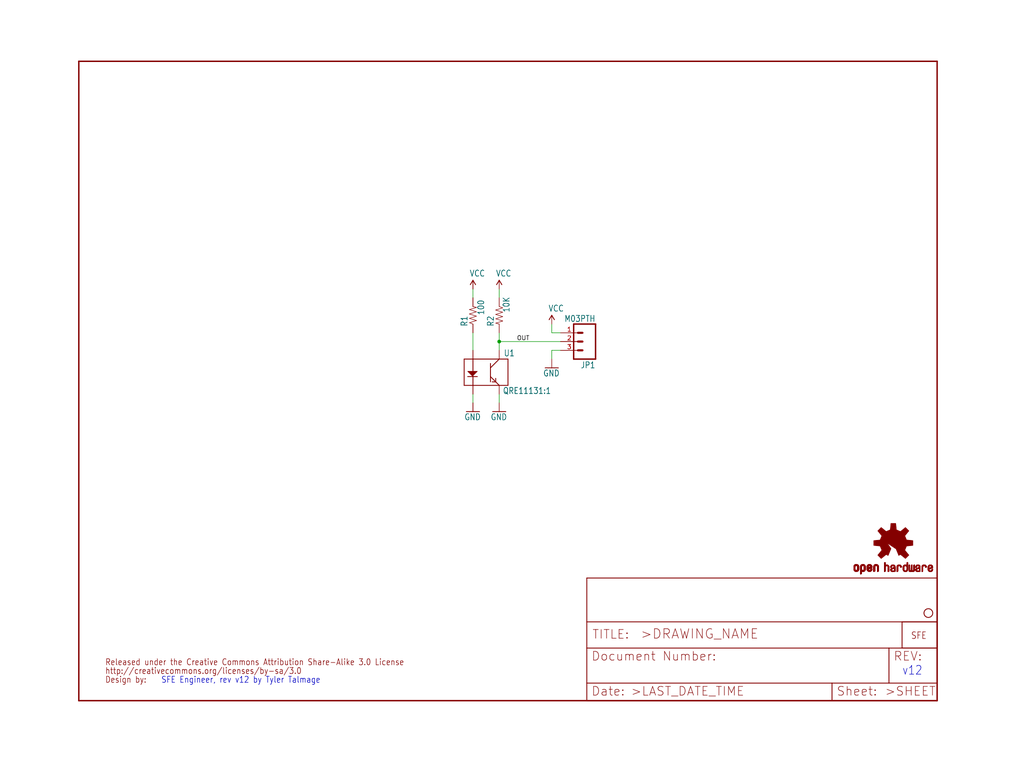
<source format=kicad_sch>
(kicad_sch (version 20211123) (generator eeschema)
  (paper "User" 297.002 223.926)
  (lib_symbols
    (symbol "eagleSchem-eagle-import:CREATIVE_COMMONS"
      (symbol "CREATIVE_COMMONS_1_0"
        (text "Design by:" (at 0 0 0) (effects (font (size 1.778 1.5113)) (justify left bottom)))
        (text "http://creativecommons.org/licenses/by-sa/3.0" (at 0 2.54 0) (effects (font (size 1.778 1.5113)) (justify left bottom)))
        (text "Released under the Creative Commons Attribution Share-Alike 3.0 License" (at 0 5.08 0) (effects (font (size 1.778 1.5113)) (justify left bottom)))
      )
    )
    (symbol "eagleSchem-eagle-import:FRAME-LETTER"
      (symbol "FRAME-LETTER_2_0"
        (text ">DRAWING_NAME" (at 15.494 17.78 0) (effects (font (size 2.7432 2.7432)) (justify left bottom)))
        (text ">LAST_DATE_TIME" (at 12.7 1.27 0) (effects (font (size 2.54 2.54)) (justify left bottom)))
        (text ">SHEET" (at 86.36 1.27 0) (effects (font (size 2.54 2.54)) (justify left bottom)))
        (text "Date:" (at 1.27 1.27 0) (effects (font (size 2.54 2.54)) (justify left bottom)))
        (text "Document Number:" (at 1.27 11.43 0) (effects (font (size 2.54 2.54)) (justify left bottom)))
        (text "REV:" (at 88.9 11.43 0) (effects (font (size 2.54 2.54)) (justify left bottom)))
        (text "Sheet:" (at 72.39 1.27 0) (effects (font (size 2.54 2.54)) (justify left bottom)))
        (text "TITLE:" (at 1.524 17.78 0) (effects (font (size 2.54 2.54)) (justify left bottom)))
      )
    )
    (symbol "eagleSchem-eagle-import:GND" (power)
      (property "Value" "GND" (at -2.54 -2.54 0))
      (symbol "GND_1_0"
        (pin power_in line (at 0 2.54 270) (length 2.54) (name "GND") (number "1"))
      )
    )
    (symbol "eagleSchem-eagle-import:LOGO-SFESK"
      (symbol "LOGO-SFESK_1_0"
        (text "SFE" (at 0 0 0) (effects (font (size 1.9304 1.6408)) (justify left bottom)))
      )
    )
    (symbol "eagleSchem-eagle-import:M03PTH"
      (property "Reference" "JP" (at -2.54 5.842 0))
      (property "Value" "M03PTH" (at -2.54 -7.62 0))
      (symbol "M03PTH_1_0"
        (pin passive line (at 7.62 -2.54 180) (length 5.08) (name "1") (number "1"))
        (pin passive line (at 7.62 0 180) (length 5.08) (name "2") (number "2"))
        (pin passive line (at 7.62 2.54 180) (length 5.08) (name "3") (number "3"))
      )
    )
    (symbol "eagleSchem-eagle-import:OSHW-LOGOS")
    (symbol "eagleSchem-eagle-import:QRE11131{colon}1"
      (property "Value" "QRE11131{colon}1" (at -1.778 3.048 0))
      (symbol "QRE11131{colon}1_1_0"
        (pin bidirectional line (at 5.08 5.08 270) (length 2.54) (name "A") (number "1"))
        (pin bidirectional line (at 5.08 -7.62 90) (length 2.54) (name "K") (number "2"))
        (pin bidirectional line (at -2.54 5.08 270) (length 2.54) (name "C") (number "3"))
        (pin bidirectional line (at -2.54 -7.62 90) (length 2.54) (name "E") (number "4"))
      )
    )
    (symbol "eagleSchem-eagle-import:RESISTOR0603-RES"
      (property "Reference" "R" (at -3.81 1.4986 0))
      (property "Value" "RESISTOR0603-RES" (at -3.81 -3.302 0))
      (symbol "RESISTOR0603-RES_1_0"
        (pin passive line (at -5.08 0 0) (length 2.54) (name "1") (number "1"))
        (pin passive line (at 5.08 0 180) (length 2.54) (name "2") (number "2"))
      )
    )
    (symbol "eagleSchem-eagle-import:STAND-OFF")
    (symbol "eagleSchem-eagle-import:VCC" (power)
      (property "Value" "VCC" (at -1.016 3.556 0))
      (symbol "VCC_1_0"
        (pin power_in line (at 0 0 90) (length 2.54) (name "VCC") (number "1"))
      )
    )
  )
  (junction (at 144.78 99.06))
  (wire (pts (xy 144.78 114.3) (xy 144.78 116.84)))
  (wire (pts (xy 144.78 101.6) (xy 144.78 99.06)))
  (wire (pts (xy 162.56 96.52) (xy 160.02 96.52)))
  (wire (pts (xy 144.78 83.82) (xy 144.78 86.36)))
  (wire (pts (xy 137.16 83.82) (xy 137.16 86.36)))
  (wire (pts (xy 160.02 96.52) (xy 160.02 93.98)))
  (wire (pts (xy 137.16 96.52) (xy 137.16 101.6)))
  (wire (pts (xy 160.02 101.6) (xy 160.02 104.14)))
  (wire (pts (xy 144.78 99.06) (xy 162.56 99.06)))
  (wire (pts (xy 137.16 116.84) (xy 137.16 114.3)))
  (wire (pts (xy 144.78 96.52) (xy 144.78 99.06)))
  (wire (pts (xy 162.56 101.6) (xy 160.02 101.6)))
  (text "v12" (at 261.62 196.088 180) (effects (font (size 2.54 2.159)) (justify left bottom)))
  (text "SFE Engineer, rev v12 by Tyler Talmage" (at 46.736 198.374 180) (effects (font (size 1.778 1.5113)) (justify left bottom)))
  (label "OUT" (at 149.86 99.06 0) (effects (font (size 1.2446 1.2446))))
  (symbol (lib_id "eagleSchem-eagle-import:VCC") (at 144.78 83.82 0) (unit 1)
    (property "Reference" "#P+2" (effects hide))
    (property "Value" "VCC" (at 143.764 80.264 0) (effects (font (size 1.778 1.5113)) (justify left bottom)))
    (property "Footprint" "eagleSchem:" (effects hide))
  )
  (symbol (lib_id "eagleSchem-eagle-import:VCC") (at 160.02 93.98 0) (unit 1)
    (property "Reference" "#P+3" (effects hide))
    (property "Value" "VCC" (at 159.004 90.424 0) (effects (font (size 1.778 1.5113)) (justify left bottom)))
    (property "Footprint" "eagleSchem:" (effects hide))
  )
  (symbol (lib_id "eagleSchem-eagle-import:RESISTOR0603-RES") (at 144.78 91.44 270) (unit 1)
    (property "Reference" "R2" (at 143.256 94.742 0) (effects (font (size 1.778 1.5113)) (justify right top)))
    (property "Value" "10K" (at 147.828 90.678 0) (effects (font (size 1.778 1.5113)) (justify right top)))
    (property "Footprint" "eagleSchem:0603-RES" (effects hide))
  )
  (symbol (lib_id "eagleSchem-eagle-import:M03PTH") (at 170.18 99.06 180) (unit 1)
    (property "Reference" "JP1" (at 172.72 104.902 0) (effects (font (size 1.778 1.5113)) (justify left bottom)))
    (property "Value" "M03PTH" (at 172.72 91.44 0) (effects (font (size 1.778 1.5113)) (justify left bottom)))
    (property "Footprint" "eagleSchem:1X03" (effects hide))
  )
  (symbol (lib_id "eagleSchem-eagle-import:LOGO-SFESK") (at 264.16 185.42 0) (unit 1)
    (property "Reference" "JP2" (effects hide))
    (property "Value" "LOGO-SFESK" (effects hide))
    (property "Footprint" "eagleSchem:SFE-LOGO-FLAME" (effects hide))
  )
  (symbol (lib_id "eagleSchem-eagle-import:FRAME-LETTER") (at 170.18 203.2 0) (unit 2)
    (property "Reference" "#FRAME1" (effects hide))
    (property "Value" "FRAME-LETTER" (effects hide))
    (property "Footprint" "eagleSchem:" (effects hide))
  )
  (symbol (lib_id "eagleSchem-eagle-import:RESISTOR0603-RES") (at 137.16 91.44 90) (unit 1)
    (property "Reference" "R1" (at 135.636 94.742 0) (effects (font (size 1.778 1.5113)) (justify left bottom)))
    (property "Value" "100" (at 140.462 91.44 0) (effects (font (size 1.778 1.5113)) (justify left bottom)))
    (property "Footprint" "eagleSchem:0603-RES" (effects hide))
  )
  (symbol (lib_id "eagleSchem-eagle-import:CREATIVE_COMMONS") (at 30.48 198.12 0) (unit 1)
    (property "Reference" "CC_TEXT1" (effects hide))
    (property "Value" "CREATIVE_COMMONS" (effects hide))
    (property "Footprint" "eagleSchem:CREATIVE_COMMONS" (effects hide))
  )
  (symbol (lib_id "eagleSchem-eagle-import:GND") (at 144.78 119.38 0) (unit 1)
    (property "Reference" "#GND3" (effects hide))
    (property "Value" "GND" (at 142.24 121.92 0) (effects (font (size 1.778 1.5113)) (justify left bottom)))
    (property "Footprint" "eagleSchem:" (effects hide))
  )
  (symbol (lib_id "eagleSchem-eagle-import:GND") (at 160.02 106.68 0) (unit 1)
    (property "Reference" "#GND2" (effects hide))
    (property "Value" "GND" (at 157.48 109.22 0) (effects (font (size 1.778 1.5113)) (justify left bottom)))
    (property "Footprint" "eagleSchem:" (effects hide))
  )
  (symbol (lib_id "eagleSchem-eagle-import:VCC") (at 137.16 83.82 0) (unit 1)
    (property "Reference" "#P+1" (effects hide))
    (property "Value" "VCC" (at 136.144 80.264 0) (effects (font (size 1.778 1.5113)) (justify left bottom)))
    (property "Footprint" "eagleSchem:" (effects hide))
  )
  (symbol (lib_id "eagleSchem-eagle-import:QRE11131{colon}1") (at 142.24 106.68 0) (mirror y) (unit 1)
    (property "Reference" "U1" (at 146.05 103.378 0) (effects (font (size 1.778 1.5113)) (justify right bottom)))
    (property "Value" "QRE11131{colon}1" (at 145.796 114.3 0) (effects (font (size 1.778 1.5113)) (justify right bottom)))
    (property "Footprint" "eagleSchem:QRE1113-1_1" (effects hide))
  )
  (symbol (lib_id "eagleSchem-eagle-import:GND") (at 137.16 119.38 0) (unit 1)
    (property "Reference" "#GND1" (effects hide))
    (property "Value" "GND" (at 134.62 121.92 0) (effects (font (size 1.778 1.5113)) (justify left bottom)))
    (property "Footprint" "eagleSchem:" (effects hide))
  )
  (symbol (lib_id "eagleSchem-eagle-import:STAND-OFF") (at 269.24 177.8 0) (unit 1)
    (property "Reference" "JP3" (effects hide))
    (property "Value" "STAND-OFF" (effects hide))
    (property "Footprint" "eagleSchem:STAND-OFF" (effects hide))
  )
  (symbol (lib_id "eagleSchem-eagle-import:FRAME-LETTER") (at 22.86 203.2 0) (unit 1)
    (property "Reference" "#FRAME1" (effects hide))
    (property "Value" "FRAME-LETTER" (effects hide))
    (property "Footprint" "eagleSchem:" (effects hide))
  )
  (symbol (lib_id "eagleSchem-eagle-import:OSHW-LOGOS") (at 259.08 157.48 0) (unit 1)
    (property "Reference" "U$1" (effects hide))
    (property "Value" "OSHW-LOGOS" (effects hide))
    (property "Footprint" "eagleSchem:OSHW-LOGO-S" (effects hide))
  )
)
</source>
